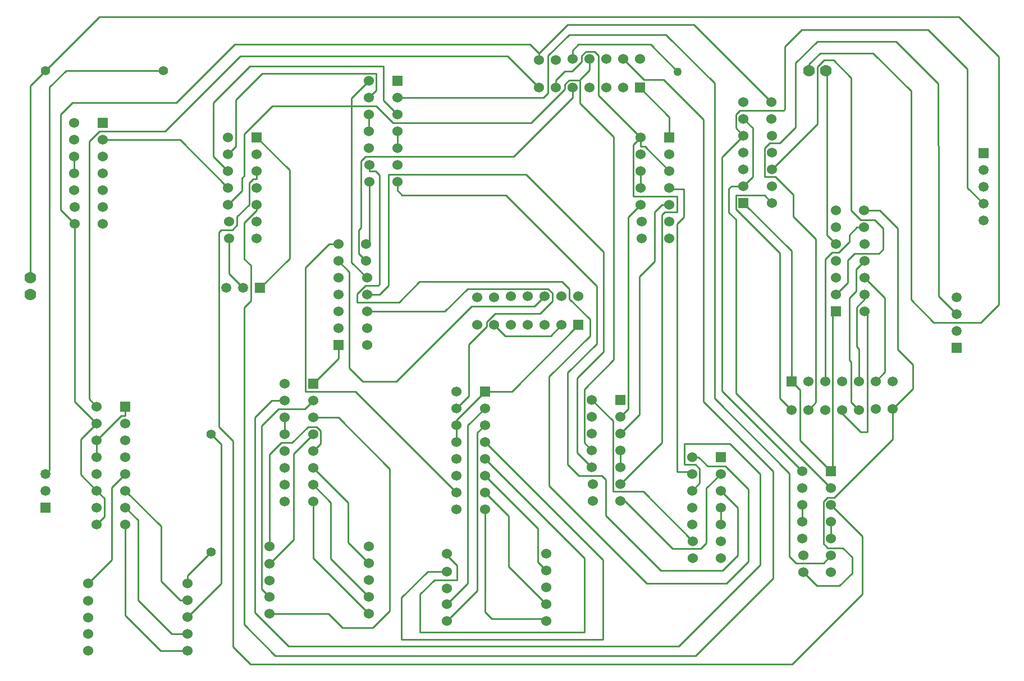
<source format=gtl>
%FSTAX23Y23*%
%MOIN*%
%SFA1B1*%

%IPPOS*%
%ADD12C,0.010000*%
%ADD22C,0.055120*%
%ADD23C,0.060000*%
%ADD24C,0.059060*%
%ADD25R,0.059060X0.059060*%
%ADD26C,0.070000*%
%ADD27R,0.060000X0.060000*%
%ADD28R,0.059060X0.059060*%
%ADD29R,0.060000X0.060000*%
%ADD30C,0.050000*%
%LNpcb1-1*%
%LPD*%
G54D12*
X05894Y04673D02*
X06Y04568D01*
Y0378D02*
Y04568D01*
Y0378D02*
X06055Y03725D01*
X06355Y03249D02*
Y0449D01*
X0613Y04715D02*
X06355Y0449D01*
X05816Y04715D02*
X0613D01*
X06519Y0327D02*
Y03801D01*
Y0327D02*
X06625Y03165D01*
X06514Y04535D02*
X06519Y03801D01*
X06265Y04785D02*
X06514Y04535D01*
X05798Y04785D02*
X06265D01*
X0669Y03915D02*
Y0462D01*
X06455Y04855D02*
X0669Y0462D01*
X05705Y04855D02*
X06455D01*
X06875Y0322D02*
Y04695D01*
X0664Y0493D02*
X06875Y04695D01*
X01535Y0493D02*
X0664D01*
X04415Y01275D02*
Y01715D01*
X0344Y01275D02*
X04415D01*
X0344D02*
Y015D01*
X04525Y01231D02*
Y01705D01*
X0333Y01231D02*
X04525D01*
X0333D02*
Y0148D01*
X05535Y01595D02*
Y0223D01*
X05123Y02642D02*
X05535Y0223D01*
X05123Y02642D02*
Y0432D01*
X0528Y02395D02*
X0546Y02215D01*
X0501Y02395D02*
X0528D01*
X0501Y0227D02*
Y02395D01*
X0546Y01674D02*
Y02215D01*
X04976Y0119D02*
X0546Y01674D01*
X05225Y02115D02*
X05325Y02015D01*
Y0173D02*
Y02015D01*
X05235Y0164D02*
X05325Y0173D01*
X0487Y0164D02*
X05235D01*
X0314Y04015D02*
X03175D01*
X05252Y0226D02*
X0539Y02122D01*
Y01695D02*
Y02122D01*
X0526Y01565D02*
X0539Y01695D01*
X04785Y01565D02*
X0526D01*
X04206Y02144D02*
X04785Y01565D01*
X04543Y01966D02*
X0487Y0164D01*
X04543Y01966D02*
Y02179D01*
X0494Y0177D02*
X05105D01*
X04655Y02055D02*
X0494Y0177D01*
X0463Y02055D02*
X04655D01*
X0608Y0318D02*
X06095Y03165D01*
Y02465D02*
Y03165D01*
X06055Y02465D02*
X06095D01*
X05945Y02575D02*
X06055Y02465D01*
X0603Y033D02*
Y0343D01*
X05989Y03259D02*
X0603Y033D01*
X05989Y02891D02*
Y03259D01*
X0603Y0343D02*
X0608Y0348D01*
X0598Y03485D02*
X0602Y03525D01*
X0598Y0335D02*
Y03485D01*
X0591Y0328D02*
X0598Y0335D01*
X06055Y03725D02*
X0614D01*
X0619Y03675*
Y0355D02*
Y03675D01*
X06165Y03525D02*
X0619Y0355D01*
X0602Y03525D02*
X06165D01*
X0589Y0224D02*
Y0316D01*
X0588Y0223D02*
X0589Y0224D01*
X06Y0264D02*
X06045Y02595D01*
X05989Y02891D02*
X06Y0288D01*
Y0264D02*
Y0288D01*
X06031Y0297D02*
Y03205D01*
Y0297D02*
X06045Y02956D01*
Y02765D02*
Y02956D01*
X0608Y0338D02*
X062Y0326D01*
Y0282D02*
Y0326D01*
X06145Y02765D02*
X062Y0282D01*
X05075Y01135D02*
X05535Y01595D01*
X04175Y01355D02*
X0419Y0134D01*
X03865Y01355D02*
X04175D01*
X03825Y01395D02*
X03865Y01355D01*
X03825Y01395D02*
Y02005D01*
X03525Y01585D02*
X0366D01*
X0344Y015D02*
X03525Y01585D01*
X03485Y01635D02*
X036D01*
X0333Y0148D02*
X03485Y01635D01*
X02383Y03972D02*
X02395Y03984D01*
Y04233*
X02665Y03495D02*
Y0402D01*
X0249Y0332D02*
X02665Y03495D01*
X0247Y04215D02*
X02665Y0402D01*
X02395Y03204D02*
X02435Y03244D01*
X02395Y0132D02*
Y03204D01*
Y0132D02*
X0258Y01135D01*
X02805Y0255D02*
X02955D01*
X0326Y02245*
Y014D02*
Y02245D01*
X0316Y013D02*
X0326Y014D01*
X0298Y013D02*
X0316D01*
X02895Y01385D02*
X0298Y013D01*
X02545Y01385D02*
X02895D01*
X03033Y044D02*
Y04448D01*
X0328Y043D02*
X04098D01*
X043Y04501*
X04808Y04766D02*
X0497Y04605D01*
X0438Y04766D02*
X04808D01*
X04326Y04825D02*
X04898D01*
X042Y04699D02*
X04326Y04825D01*
X04898D02*
X05187Y04536D01*
X05065Y04885D02*
X05525Y04425D01*
X04315Y04885D02*
X05065D01*
X04145Y04714D02*
X04315Y04885D01*
X0555Y0398D02*
X05655Y03875D01*
Y03744D02*
Y03875D01*
Y03744D02*
X0579Y03609D01*
X05855Y03635D02*
Y0461D01*
Y03635D02*
X0591Y0358D01*
X06275Y02955D02*
Y03675D01*
Y02955D02*
X06365Y02865D01*
Y0272D02*
Y02865D01*
X0617Y0378D02*
X06275Y03675D01*
X06245Y026D02*
X06365Y0272D01*
X06245Y0242D02*
Y026D01*
X06355Y03249D02*
X06489Y03115D01*
X0677D02*
X06875Y0322D01*
X06489Y03115D02*
X0677D01*
X0669Y03915D02*
X06785Y0382D01*
X0567Y04656D02*
X05798Y04785D01*
X04093Y04766D02*
X04145Y04714D01*
X02338Y04766D02*
X04093D01*
X01215Y0461D02*
X01535Y0493D01*
X04215Y03035D02*
X0428Y031D01*
X03945Y03035D02*
X04215D01*
X0388Y031D02*
X03945Y03035D01*
X03745Y0321D02*
X0412D01*
X03297Y02762D02*
X03745Y0321D01*
X0412D02*
X0418Y0327D01*
X031Y02762D02*
X03297D01*
X02955Y0348D02*
X0302Y03415D01*
Y02842D02*
Y03415D01*
Y02842D02*
X031Y02762D01*
X03065Y03285D02*
X03115Y03335D01*
X03065Y03235D02*
Y03285D01*
Y03235D02*
X03314D01*
X03175Y04015D02*
X032Y0399D01*
Y03344D02*
Y0399D01*
X03191Y03335D02*
X032Y03344D01*
X0314Y036D02*
Y0395D01*
X0312Y0358D02*
X0314Y036D01*
X0366Y01585D02*
Y0167D01*
X03655Y02505D02*
Y02535D01*
X03825Y02705*
X03985*
X03884Y03168D02*
X04152D01*
X03835Y03118D02*
X03884Y03168D01*
X03835Y03091D02*
Y03118D01*
X04152Y03168D02*
X04225Y03241D01*
X04447Y03034D02*
Y03132D01*
X04325Y03255D02*
X04447Y03132D01*
X04325Y03255D02*
Y03315D01*
X04206Y02793D02*
X04447Y03034D01*
X04488Y02988D02*
Y03331D01*
X04316Y02816D02*
X04488Y02988D01*
X04316Y0227D02*
Y02816D01*
X03948Y03871D02*
X04488Y03331D01*
X03333Y03871D02*
X03948D01*
X0453Y0294D02*
Y03535D01*
X04373Y02783D02*
X0453Y0294D01*
X04373Y02341D02*
Y02783D01*
X0407Y03995D02*
X0453Y03535D01*
X03252Y03995D02*
X0407D01*
X0439Y04418D02*
X0459Y04218D01*
Y02893D02*
Y04218D01*
X04415Y02718D02*
X0459Y02893D01*
X01475Y0266D02*
Y0419D01*
Y0266D02*
X0152Y02615D01*
X01475Y0419D02*
X01535Y0425D01*
X01375Y0442D02*
X01992D01*
X01305Y0435D02*
X01375Y0442D01*
X01305Y03785D02*
Y0435D01*
X01992Y0442D02*
X02338Y04766D01*
X01305Y03785D02*
X0139Y037D01*
X0124Y04513D02*
X01337Y0461D01*
X0124Y04513D02*
Y0224D01*
X01215Y02215D02*
X0124Y0224D01*
X02245Y02495D02*
X0233Y0241D01*
Y01187D02*
Y0241D01*
Y01187D02*
X02432Y01085D01*
X022Y0245D02*
X0226Y0239D01*
Y01565D02*
Y0239D01*
X0206Y01365D02*
X0226Y01565D01*
X05838Y04673D02*
X05894D01*
X058Y04635D02*
X05838Y04673D01*
X0575Y04649D02*
X05816Y04715D01*
X0567Y04275D02*
Y04656D01*
X05575Y0418D02*
X0567Y04275D01*
X05605Y04755D02*
X05705Y04855D01*
X05605Y04383D02*
Y04755D01*
X05597Y04375D02*
X05605Y04383D01*
X05945Y02575D02*
Y02595D01*
X05273Y03767D02*
X05315Y03726D01*
Y02695D02*
Y03726D01*
Y02695D02*
X0588Y0213D01*
X05187Y02663D02*
X05632Y02218D01*
X05187Y02663D02*
Y04536D01*
X05632Y01725D02*
Y02218D01*
X06005Y01625D02*
Y0172D01*
X0595Y01775D02*
X06005Y0172D01*
X0586Y01775D02*
X0595D01*
X0593Y0155D02*
X06005Y01625D01*
X05795Y0155D02*
X0593D01*
X05715Y0163D02*
X05795Y0155D01*
X0588Y0203D02*
X06065Y01845D01*
Y015D02*
Y01845D01*
X0565Y01085D02*
X06065Y015D01*
X02432Y01085D02*
X0565D01*
X036Y0173D02*
X0366Y0167D01*
X036Y0173D02*
Y0174D01*
X02245Y02495D02*
Y0365D01*
X01902Y01578D02*
Y01903D01*
Y01578D02*
X02015Y01465D01*
X0206*
X01965Y01265D02*
X0206D01*
X01765Y01465D02*
X01965Y01265D01*
X01765Y01465D02*
Y0194D01*
X019Y01165D02*
X0206D01*
X0169Y01375D02*
X019Y01165D01*
X0169Y01375D02*
Y01915D01*
X01425Y0242D02*
X0152Y02515D01*
X01425Y0221D02*
Y0242D01*
Y0221D02*
X0152Y02115D01*
X03825Y02305D02*
X04415Y01715D01*
X03825Y02405D02*
X04525Y01705D01*
X02657Y0119D02*
X04976D01*
X02458Y01389D02*
X02657Y0119D01*
X0258Y01135D02*
X05075D01*
X0439Y04555D02*
Y04558D01*
Y04418D02*
Y04555D01*
X03033Y04448D02*
X03135Y0455D01*
X03033Y044D02*
X0318D01*
X02562D02*
X03033D01*
Y03471D02*
Y044D01*
X03985Y02705D02*
X0438Y031D01*
X05515Y0418D02*
X05575D01*
X05485Y0415D02*
X05515Y0418D01*
X05485Y0398D02*
Y0415D01*
Y0398D02*
X0555D01*
X0579Y0264D02*
Y03609D01*
X05745Y02595D02*
X0579Y0264D01*
X04145Y04675D02*
Y04714D01*
X06075Y0378D02*
X0617D01*
X02305Y03405D02*
Y03615D01*
Y03405D02*
X0239Y0332D01*
X05835Y018D02*
X0586Y01775D01*
X05835Y018D02*
Y0205D01*
X0586Y02075*
X059*
X06245Y0242*
X0152Y01915D02*
X01565Y0196D01*
Y0207*
X0152Y02115D02*
X01565Y0207D01*
X0463Y02155D02*
X04875Y024D01*
Y03752*
X04893Y0377*
X04965*
Y03865*
X04705D02*
X04965D01*
X04705D02*
Y0417D01*
X0475Y04215*
X0314Y04015D02*
Y0405D01*
X03115Y03335D02*
X03191D01*
X03314Y03235D02*
X03436Y03357D01*
X04283*
X04325Y03315*
X04206Y02144D02*
Y02793D01*
X05148Y0226D02*
X05252D01*
X05093Y02315D02*
X05148Y0226D01*
X05055Y02315D02*
X05093D01*
X02558Y0265D02*
X02635D01*
X02458Y0255D02*
X02558Y0265D01*
X02458Y01389D02*
Y0255D01*
X0501Y0227D02*
X05075D01*
X051Y02245*
Y0216D02*
Y02245D01*
X05055Y02115D02*
X051Y0216D01*
X0446Y02655D02*
X04585Y0253D01*
Y0211D02*
Y0253D01*
Y0211D02*
X04765D01*
X0506Y01815*
X0514Y0213D02*
X05225Y02215D01*
X0514Y01805D02*
Y0213D01*
X05105Y0177D02*
X0514Y01805D01*
X03305Y039D02*
Y0395D01*
Y039D02*
X03333Y03871D01*
X04316Y0227D02*
X04382Y02205D01*
X04518*
X04543Y02179*
X04345Y0468D02*
Y04731D01*
X0438Y04766*
X05232Y02708D02*
X0571Y0223D01*
X05232Y02708D02*
Y04097D01*
X0536Y04225*
X02383Y03898D02*
Y03972D01*
X023Y03815D02*
X02383Y03898D01*
X02395Y04233D02*
X02562Y044D01*
X0318D02*
X0328Y043D01*
X043Y04501D02*
Y0453D01*
X04325Y04555*
X0439*
X04415Y024D02*
X0446Y02355D01*
X03033Y03471D02*
X03125Y0338D01*
X03075Y03525D02*
X0312Y0348D01*
X03075Y03525D02*
Y03662D01*
X0309Y03677*
Y04075*
X03115Y041*
X03995*
X04345Y0445*
Y0451*
X0247Y03781D02*
Y03815D01*
X02395Y03706D02*
X0247Y03781D01*
X02395Y03491D02*
Y03706D01*
Y03491D02*
X02435Y03452D01*
Y03244D02*
Y03452D01*
X04885Y04557D02*
X05123Y0432D01*
X04767Y04557D02*
X04885D01*
X04645Y0468D02*
X04767Y04557D01*
X05835Y01685D02*
X0588Y0173D01*
X05672Y01685D02*
X05835D01*
X05632Y01725D02*
X05672Y01685D01*
X042Y04477D02*
Y04699D01*
X04173Y0445D02*
X042Y04477D01*
X03305Y0445D02*
X04173D01*
X02245Y0365D02*
X0226Y03665D01*
X02325*
X02353Y03693*
Y03743*
X02425Y03815*
Y03943*
X0245Y03968*
X0247*
Y04015*
X02015Y042D02*
X023Y03915D01*
X01555Y042D02*
X02015D01*
X029Y0358D02*
X02955D01*
X0276Y0344D02*
X029Y0358D01*
X0276Y02705D02*
Y0344D01*
Y02705D02*
X03055D01*
X03655Y02105*
X0414Y01689D02*
X0419Y0164D01*
X0414Y01689D02*
Y01889D01*
X03825Y02205D02*
X0414Y01889D01*
X0378Y0246D02*
X03825Y02505D01*
X0378Y0152D02*
Y0246D01*
X036Y0134D02*
X0378Y0152D01*
X0575Y0461D02*
Y04649D01*
X0147Y01565D02*
X01607Y01702D01*
Y02132*
X0169Y02215*
X02805Y0235D02*
X0285Y02395D01*
Y0247*
X02825Y02495D02*
X0285Y0247D01*
X02775Y02495D02*
X02825D01*
X0268Y024D02*
X02775Y02495D01*
X02615Y024D02*
X0268D01*
X02545Y0233D02*
X02615Y024D01*
X02545Y01785D02*
Y0233D01*
X03012Y01808D02*
X03135Y01685D01*
X03012Y01808D02*
Y02043D01*
X02805Y0225D02*
X03012Y02043D01*
X03135Y0445D02*
X0318Y04495D01*
Y04595*
X02501D02*
X0318D01*
X02345Y04438D02*
X02501Y04595D01*
X02345Y0416D02*
Y04438D01*
X023Y04115D02*
X02345Y0416D01*
X03221Y04433D02*
X03305Y0435D01*
X03221Y04433D02*
Y04636D01*
X02429D02*
X03221D01*
X02213Y0442D02*
X02429Y04636D01*
X02213Y04101D02*
Y0442D01*
Y04101D02*
X023Y04015D01*
X04245Y0451D02*
Y04553D01*
X043Y04608*
X04343*
X044Y04665*
Y047*
X04425Y04725*
X04475*
X045Y047*
Y04465D02*
Y047D01*
Y04465D02*
X0475Y04215D01*
X04373Y02341D02*
X0446Y02255D01*
X03252Y03332D02*
Y03995D01*
X032Y0328D02*
X03252Y03332D01*
X03125Y0328D02*
X032D01*
X04415Y024D02*
Y02718D01*
X0439Y04558D02*
X04445Y04613D01*
Y0468*
X03125Y0318D02*
X03586D01*
X03721Y03315*
X042*
X04225Y0329*
Y03241D02*
Y0329D01*
X03727Y02983D02*
X03835Y03091D01*
X03727Y02677D02*
Y02983D01*
X03655Y02605D02*
X03727Y02677D01*
X02689Y02334D02*
X02805Y0245D01*
X02689Y01824D02*
Y02334D01*
X02545Y0168D02*
X02689Y01824D01*
X0206Y01565D02*
Y0161D01*
X022Y0175*
X01337Y0461D02*
X01915D01*
X01125Y0338D02*
Y0452D01*
X01215Y0461*
X058Y04295D02*
Y04635D01*
X0553Y04025D02*
X058Y04295D01*
X0534Y04375D02*
X05597D01*
X05315Y0435D02*
X0534Y04375D01*
X05315Y0427D02*
Y0435D01*
Y0427D02*
X0536Y04225D01*
X05645Y02765D02*
X05695Y02715D01*
Y02415D02*
Y02715D01*
Y02415D02*
X0588Y0223D01*
X05485Y0387D02*
X0553Y03825D01*
X05315Y0387D02*
X05485D01*
X05315Y03787D02*
Y0387D01*
Y03787D02*
X05575Y03527D01*
Y02664D02*
Y03527D01*
Y02664D02*
X05645Y02595D01*
X05287Y03925D02*
X0536D01*
X05273Y03911D02*
X05287Y03925D01*
X05273Y03767D02*
Y03911D01*
X036Y0144D02*
X03723Y01563D01*
Y02503*
X03825Y02605*
X03958Y04697D02*
X04145Y0451D01*
X02373Y04697D02*
X03958D01*
X01926Y0425D02*
X02373Y04697D01*
X01535Y0425D02*
X01926D01*
X0492Y03915D02*
X04928Y03906D01*
X05006*
Y03741D02*
Y03906D01*
X04965Y037D02*
X05006Y03741D01*
X04965Y02228D02*
Y037D01*
Y02228D02*
X05009D01*
X05041*
X05055Y02215*
X0463Y02455D02*
X04742Y02567D01*
Y03388*
X04831Y03477*
Y03771*
X04875Y03815*
X0492*
X05645Y02765D02*
Y0354D01*
X0536Y03825D02*
X05645Y0354D01*
X025Y0153D02*
X02545Y01485D01*
X025Y0153D02*
Y025D01*
X026Y026*
X02755*
X02805Y0265*
X05845Y02765D02*
Y03491D01*
X05884Y0353*
X05925*
X05987Y03592*
Y03635*
X06032Y0368*
X06075*
X0589Y0316D02*
X0591Y0318D01*
X0608Y03254D02*
Y0328D01*
X06031Y03205D02*
X0608Y03254D01*
X0169Y0256D02*
Y02615D01*
X01665Y0256D02*
X0169D01*
X0152Y02415D02*
X01665Y0256D01*
X0475Y0416D02*
Y04215D01*
Y0416D02*
X04775D01*
X0492Y04015*
X02955Y029D02*
Y0298D01*
X02805Y0275D02*
X02955Y029D01*
X0492Y04215D02*
Y04335D01*
X04745Y0451D02*
X0492Y04335D01*
X0169Y02115D02*
X01902Y01903D01*
X03825Y02105D02*
X03966Y01964D01*
Y01664D02*
Y01964D01*
Y01664D02*
X0419Y0144D01*
X02805Y01715D02*
Y0205D01*
Y01715D02*
X03135Y01385D01*
X02805Y0215D02*
X0291Y02045D01*
Y0171D02*
Y02045D01*
Y0171D02*
X03135Y01485D01*
X0169Y02015D02*
X01765Y0194D01*
X0536Y04325D02*
X05414Y0427D01*
Y03979D02*
Y0427D01*
X0536Y03925D02*
X05414Y03979D01*
X0139Y02645D02*
X0152Y02515D01*
X0139Y02645D02*
Y037D01*
X0463Y02555D02*
X04675Y026D01*
Y0374*
X0475Y03815*
X0152Y02315D02*
Y02415D01*
X02635Y0245D02*
Y0255D01*
X03655Y02405D02*
Y02505D01*
X01385Y04D02*
Y041D01*
X05225Y01915D02*
Y02015D01*
X0475Y03915D02*
Y04015D01*
X0571Y0193D02*
Y0203D01*
X03135Y0425D02*
Y0435D01*
X03305Y0415D02*
Y0425D01*
X0588Y0183D02*
Y0193D01*
X0463Y02255D02*
Y02355D01*
G54D22*
X01215Y0461D03*
X01915D03*
X022Y0245D03*
Y0175D03*
G54D23*
X0419Y0134D03*
Y0144D03*
Y0154D03*
Y0164D03*
Y0174D03*
X036D03*
Y01635D03*
Y01535D03*
Y0144D03*
Y0134D03*
X03135Y01385D03*
Y01485D03*
Y01585D03*
Y01685D03*
Y01785D03*
X02545D03*
Y0168D03*
Y0158D03*
Y01485D03*
Y01385D03*
X0206Y01165D03*
Y01265D03*
Y01365D03*
Y01465D03*
Y01565D03*
X0147D03*
Y0146D03*
Y0136D03*
Y01265D03*
Y01165D03*
X02805Y0205D03*
Y0215D03*
Y0225D03*
Y0235D03*
Y0245D03*
Y0255D03*
Y0265D03*
X02635Y0205D03*
Y0215D03*
Y0225D03*
Y0235D03*
Y0245D03*
Y0255D03*
Y0275D03*
Y0265D03*
X03825Y02005D03*
Y02105D03*
Y02205D03*
Y02305D03*
Y02405D03*
Y02505D03*
Y02605D03*
X03655Y02005D03*
Y02105D03*
Y02205D03*
Y02305D03*
Y02405D03*
Y02505D03*
Y02705D03*
Y02605D03*
X0169Y01915D03*
Y02015D03*
Y02115D03*
Y02215D03*
Y02315D03*
Y02415D03*
Y02515D03*
X0152Y01915D03*
Y02015D03*
Y02115D03*
Y02215D03*
Y02315D03*
Y02415D03*
Y02615D03*
Y02515D03*
X02305Y03615D03*
Y03715D03*
X023Y03815D03*
Y03915D03*
Y04015D03*
Y04115D03*
Y04215D03*
X0247Y04115D03*
Y04015D03*
Y03915D03*
Y03815D03*
Y03715D03*
Y03615D03*
X04145Y04675D03*
X04245D03*
X04345Y0468D03*
X04445D03*
X04545D03*
X04645D03*
X04745D03*
X04645Y0451D03*
X04545D03*
X04445D03*
X04345D03*
X04245D03*
X04145D03*
X0314Y0395D03*
Y0405D03*
X03135Y0415D03*
Y0425D03*
Y0435D03*
Y0445D03*
Y0455D03*
X03305Y0445D03*
Y0435D03*
Y0425D03*
Y0415D03*
Y0405D03*
Y0395D03*
X04755Y03615D03*
Y03715D03*
X0475Y03815D03*
Y03915D03*
Y04015D03*
Y04115D03*
Y04215D03*
X0492Y04115D03*
Y04015D03*
Y03915D03*
Y03815D03*
Y03715D03*
Y03615D03*
X05715Y0163D03*
Y0173D03*
X0571Y0183D03*
Y0193D03*
Y0203D03*
Y0213D03*
Y0223D03*
X0588Y0213D03*
Y0203D03*
Y0193D03*
Y0183D03*
Y0173D03*
Y0163D03*
X04465Y02055D03*
Y02155D03*
X0446Y02255D03*
Y02355D03*
Y02455D03*
Y02555D03*
Y02655D03*
X0463Y02555D03*
Y02455D03*
Y02355D03*
Y02255D03*
Y02155D03*
Y02055D03*
X0139Y037D03*
Y038D03*
X01385Y039D03*
Y04D03*
Y041D03*
Y042D03*
Y043D03*
X01555Y042D03*
Y041D03*
Y04D03*
Y039D03*
Y038D03*
Y037D03*
X0506Y01715D03*
Y01815D03*
X05055Y01915D03*
Y02015D03*
Y02115D03*
Y02215D03*
Y02315D03*
X05225Y02215D03*
Y02115D03*
Y02015D03*
Y01915D03*
Y01815D03*
Y01715D03*
X06245Y026D03*
X06145D03*
X06045Y02595D03*
X05945D03*
X05845D03*
X05745D03*
X05645D03*
X05745Y02765D03*
X05845D03*
X05945D03*
X06045D03*
X06145D03*
X06245D03*
X06075Y0378D03*
Y0368D03*
X0608Y0358D03*
Y0348D03*
Y0338D03*
Y0328D03*
Y0318D03*
X0591Y0328D03*
Y0338D03*
Y0348D03*
Y0358D03*
Y0368D03*
Y0378D03*
X0378Y03265D03*
X0388D03*
X0398Y0327D03*
X0408D03*
X0418D03*
X0428D03*
X0438D03*
X0428Y031D03*
X0418D03*
X0408D03*
X0398D03*
X0388D03*
X0378D03*
X0312Y0358D03*
Y0348D03*
X03125Y0338D03*
Y0328D03*
Y0318D03*
Y0308D03*
Y0298D03*
X02955Y0308D03*
Y0318D03*
Y0328D03*
Y0338D03*
Y0348D03*
Y0358D03*
X05525Y04425D03*
Y04325D03*
X0553Y04225D03*
Y04125D03*
Y04025D03*
Y03925D03*
Y03825D03*
X0536Y03925D03*
Y04025D03*
Y04125D03*
Y04225D03*
Y04325D03*
Y04425D03*
G54D24*
X06625Y03265D03*
Y03165D03*
Y03065D03*
X01215Y02115D03*
Y02215D03*
X0239Y0332D03*
X0229D03*
X06785Y0372D03*
Y0382D03*
Y0392D03*
Y0402D03*
G54D25*
X06625Y02965D03*
X01215Y02015D03*
X06785Y0412D03*
G54D26*
X0585Y0461D03*
X0575D03*
X01125Y0328D03*
Y0338D03*
G54D27*
X02805Y0275D03*
X03825Y02705D03*
X0169Y02615D03*
X0247Y04215D03*
X03305Y0455D03*
X0492Y04215D03*
X0588Y0223D03*
X0463Y02655D03*
X01555Y043D03*
X05225Y02315D03*
X0591Y0318D03*
X02955Y0298D03*
X0536Y03825D03*
G54D28*
X0249Y0332D03*
G54D29*
X04745Y0451D03*
X05645Y02765D03*
X0438Y031D03*
G54D30*
X0497Y04605D03*
M02*
</source>
